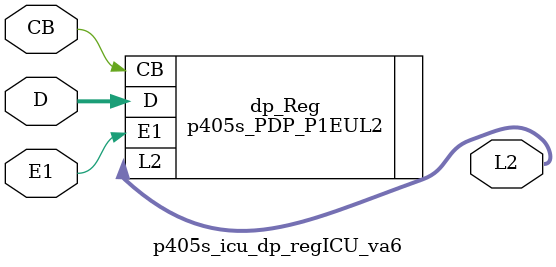
<source format=v>
module p405s_icu_dp_regICU_va6(
                     CB,
                     D,
                     E1,
                     L2
                    );

    input CB; 
    input [0:31] D; 
    input  E1; 
    output [0:31] L2; 

p405s_PDP_P1EUL2
 #(32, 1, 1, 1, 2, 0 ) dp_Reg (
                                         .CB  (CB),
                                         .D   (D),
                                         .E1  (E1),
                                         .L2  (L2)
                                         );

endmodule

</source>
